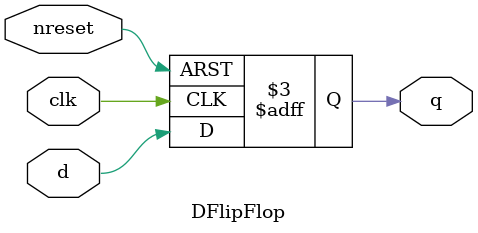
<source format=v>
`timescale 1ns / 1ns


module DFlipFlop(output reg q, input d, input clk, input nreset);
    always @(posedge clk or negedge nreset)
    begin
        if(!nreset) q<=0;
        else q<=d;
    end
endmodule

</source>
